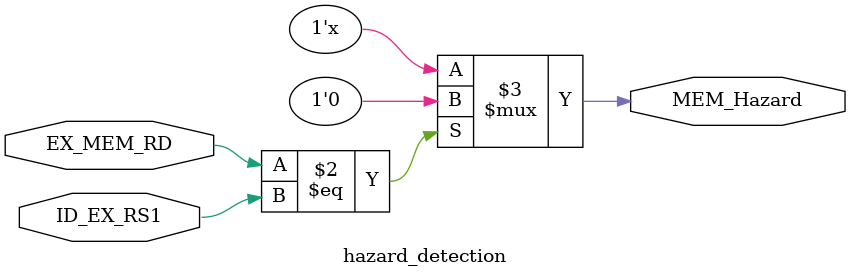
<source format=v>
/*-----------------------------------------------------------------------------

4190.308-002 Computer Architecture

Instructor: Prof. Jae W. Lee (jaewlee@snu.ac.kr)

Homework #3: RISC-V Pipeline in Verilog

Description:
	Pipeline control signal generator

-----------------------------------------------------------------------------*/

module hazard_detection (
  // input MEM_WB_RW,
  // input MEM_WB_RD,
  // input EX_MEM_RW,
  input EX_MEM_RD,
  input ID_EX_RS1,
  // input ID_EX_RS2,
  output reg MEM_Hazard,
);

always @(MEM_WB_RW, MEM_WB_RD, EX_MEM_RW, EX_MEM_RD, ID_EX_RS1, ID_EX_RS2)begin
  if (EX_MEM_RD == ID_EX_RS1) begin
    MEM_Hazard <= 1'b0;
  end


end	
endmodule
</source>
